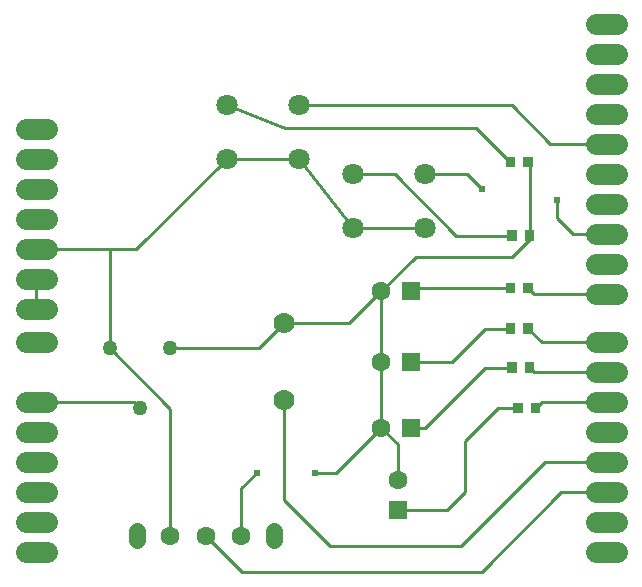
<source format=gtl>
G04 Layer: TopLayer*
G04 EasyEDA v6.4.25, 2021-11-23T19:48:26+05:30*
G04 6deea0fc31d746a092a9f6c351e50df0,9f4002972f33485ea6085689b454d61d,10*
G04 Gerber Generator version 0.2*
G04 Scale: 100 percent, Rotated: No, Reflected: No *
G04 Dimensions in millimeters *
G04 leading zeros omitted , absolute positions ,4 integer and 5 decimal *
%FSLAX45Y45*%
%MOMM*%

%ADD10C,0.2540*%
%ADD11C,0.6096*%
%ADD13C,1.7780*%
%ADD14C,1.2700*%
%ADD15C,1.8000*%
%ADD16C,1.6000*%
%ADD17R,1.6000X1.6000*%
%ADD18C,1.4000*%

%LPD*%
D10*
X3962400Y4216400D02*
G01*
X3987800Y4241800D01*
X4801463Y4241800D01*
X3962400Y3060700D02*
G01*
X4076700Y3060700D01*
X4584700Y3568700D01*
X4814168Y3568700D01*
X3848100Y2362200D02*
G01*
X4267200Y2362200D01*
X4419600Y2514600D01*
X4419600Y2946400D01*
X4699000Y3225800D01*
X4864963Y3225800D01*
X2222502Y2146300D02*
G01*
X2527300Y1841500D01*
X4559300Y1841500D01*
X5232400Y2514600D01*
X5613400Y2514600D01*
X2882900Y3294379D02*
G01*
X2882900Y2451100D01*
X3276600Y2057400D01*
X4381500Y2057400D01*
X5092700Y2768600D01*
X5613400Y2768600D01*
X5015636Y3225800D02*
G01*
X5066436Y3276600D01*
X5613400Y3276600D01*
X4964836Y3568700D02*
G01*
X5002936Y3530600D01*
X5613400Y3530600D01*
X4952136Y3898900D02*
G01*
X5066436Y3784600D01*
X5613400Y3784600D01*
X4952136Y4241800D02*
G01*
X5002936Y4191000D01*
X5613400Y4191000D01*
X787400Y3276600D02*
G01*
X1612900Y3276600D01*
X1663700Y3225800D01*
X1922503Y2146300D02*
G01*
X1922503Y3220996D01*
X1409700Y3733800D01*
X3962400Y3619500D02*
G01*
X4305300Y3619500D01*
X4584700Y3898900D01*
X4801463Y3898900D01*
X1917700Y3733800D02*
G01*
X2672079Y3733800D01*
X2882900Y3944620D01*
X2882900Y3944620D02*
G01*
X3436620Y3944620D01*
X3708400Y4216400D01*
X3708400Y4216400D02*
G01*
X4000500Y4508500D01*
X4813300Y4508500D01*
X4964836Y4660036D01*
X4964836Y4686300D01*
X3848100Y2616200D02*
G01*
X3848100Y2921000D01*
X3708400Y3060700D01*
X2522499Y2146300D02*
G01*
X2522499Y2547899D01*
X2654300Y2679700D01*
X3149600Y2679700D02*
G01*
X3327400Y2679700D01*
X3708400Y3060700D01*
X3708400Y3060700D02*
G01*
X3708400Y3619500D01*
X3708400Y3619500D02*
G01*
X3708400Y4216400D01*
X4076903Y4753406D02*
G01*
X3466896Y4753406D01*
X3010103Y5337606D02*
G01*
X2400096Y5337606D01*
X2400096Y5337606D02*
G01*
X1634489Y4572000D01*
X787400Y4572000D01*
X1409700Y3733800D02*
G01*
X1409700Y4572000D01*
X787400Y4064000D02*
G01*
X787400Y4318000D01*
X3010103Y5787593D02*
G01*
X4813300Y5787593D01*
X5139893Y5461000D01*
X5613400Y5461000D01*
X4076903Y5203393D02*
G01*
X4435906Y5203393D01*
X4559300Y5080000D01*
X5194300Y4991100D02*
G01*
X5194300Y4838700D01*
X5334000Y4699000D01*
X5613400Y4699000D01*
X4952136Y5308600D02*
G01*
X4964836Y5295900D01*
X4964836Y4686300D01*
X4814163Y4686300D02*
G01*
X4343400Y4686300D01*
X3822700Y5207000D01*
X3470503Y5207000D01*
X3466896Y5203393D01*
X3466896Y4753406D02*
G01*
X3466896Y4753406D01*
X3010103Y5337606D01*
X2400051Y5788660D02*
G01*
X2895600Y5600700D01*
X2895600Y5600700D01*
X4509363Y5600700D01*
X4801463Y5308600D01*
G36*
X4841798Y4285000D02*
G01*
X4841798Y4198599D01*
X4761151Y4198599D01*
X4761151Y4285000D01*
G37*
G36*
X4911801Y4285000D02*
G01*
X4911801Y4198599D01*
X4992448Y4198599D01*
X4992448Y4285000D01*
G37*
G36*
X4841798Y3942100D02*
G01*
X4841798Y3855699D01*
X4761151Y3855699D01*
X4761151Y3942100D01*
G37*
G36*
X4911801Y3942100D02*
G01*
X4911801Y3855699D01*
X4992448Y3855699D01*
X4992448Y3942100D01*
G37*
G36*
X4854498Y3611900D02*
G01*
X4854498Y3525499D01*
X4773851Y3525499D01*
X4773851Y3611900D01*
G37*
G36*
X4924501Y3611900D02*
G01*
X4924501Y3525499D01*
X5005148Y3525499D01*
X5005148Y3611900D01*
G37*
G36*
X4905298Y3269000D02*
G01*
X4905298Y3182599D01*
X4824651Y3182599D01*
X4824651Y3269000D01*
G37*
G36*
X4975301Y3269000D02*
G01*
X4975301Y3182599D01*
X5055948Y3182599D01*
X5055948Y3269000D01*
G37*
G36*
X4924501Y4643099D02*
G01*
X4924501Y4729500D01*
X5005148Y4729500D01*
X5005148Y4643099D01*
G37*
G36*
X4854498Y4643099D02*
G01*
X4854498Y4729500D01*
X4773851Y4729500D01*
X4773851Y4643099D01*
G37*
G36*
X4911801Y5265399D02*
G01*
X4911801Y5351800D01*
X4992448Y5351800D01*
X4992448Y5265399D01*
G37*
G36*
X4841798Y5265399D02*
G01*
X4841798Y5351800D01*
X4761151Y5351800D01*
X4761151Y5265399D01*
G37*
D13*
G01*
X2882900Y3294379D03*
G01*
X2882900Y3944620D03*
D14*
G01*
X1409700Y3733800D03*
G01*
X1917700Y3733800D03*
G01*
X1663700Y3225800D03*
D15*
G01*
X3010103Y5337606D03*
G01*
X2400096Y5337606D03*
G01*
X3010103Y5787593D03*
G01*
X2400096Y5787593D03*
G01*
X4076903Y4753406D03*
G01*
X3466896Y4753406D03*
G01*
X4076903Y5203393D03*
G01*
X3466896Y5203393D03*
D16*
G01*
X2522499Y2146300D03*
G01*
X2222500Y2146300D03*
G01*
X1922500Y2146300D03*
D17*
G01*
X3962400Y4216400D03*
D16*
G01*
X3708400Y4216400D03*
D17*
G01*
X3962400Y3619500D03*
D16*
G01*
X3708400Y3619500D03*
D17*
G01*
X3962400Y3060700D03*
D16*
G01*
X3708400Y3060700D03*
D17*
G01*
X3848100Y2362200D03*
D16*
G01*
X3848100Y2616200D03*
D11*
G01*
X3149600Y2679700D03*
G01*
X2654300Y2679700D03*
G01*
X4559300Y5080000D03*
G01*
X5194300Y4991100D03*
D13*
X876300Y5080000D02*
G01*
X698500Y5080000D01*
X876300Y4826000D02*
G01*
X698500Y4826000D01*
X876300Y4572000D02*
G01*
X698500Y4572000D01*
X876300Y4318000D02*
G01*
X698500Y4318000D01*
X876300Y4064000D02*
G01*
X698500Y4064000D01*
X876300Y3784600D02*
G01*
X698500Y3784600D01*
X876300Y3276600D02*
G01*
X698500Y3276600D01*
X876300Y3022600D02*
G01*
X698500Y3022600D01*
X876300Y2768600D02*
G01*
X698500Y2768600D01*
X876300Y2514600D02*
G01*
X698500Y2514600D01*
X876300Y2260600D02*
G01*
X698500Y2260600D01*
X876300Y2006600D02*
G01*
X698500Y2006600D01*
X5702300Y2006600D02*
G01*
X5524500Y2006600D01*
X5702300Y2260600D02*
G01*
X5524500Y2260600D01*
X5702300Y2514600D02*
G01*
X5524500Y2514600D01*
X5702300Y2768600D02*
G01*
X5524500Y2768600D01*
X5702300Y3022600D02*
G01*
X5524500Y3022600D01*
X5702300Y3276600D02*
G01*
X5524500Y3276600D01*
X5702300Y3530600D02*
G01*
X5524500Y3530600D01*
X5702300Y3784600D02*
G01*
X5524500Y3784600D01*
X5702300Y4191000D02*
G01*
X5524500Y4191000D01*
X5702300Y4445000D02*
G01*
X5524500Y4445000D01*
X5702300Y4699000D02*
G01*
X5524500Y4699000D01*
X5702300Y4953000D02*
G01*
X5524500Y4953000D01*
X5702300Y5207000D02*
G01*
X5524500Y5207000D01*
X5702300Y5461000D02*
G01*
X5524500Y5461000D01*
X5702300Y5715000D02*
G01*
X5524500Y5715000D01*
X5702300Y5969000D02*
G01*
X5524500Y5969000D01*
X5702300Y6223000D02*
G01*
X5524500Y6223000D01*
X5702300Y6477000D02*
G01*
X5524500Y6477000D01*
X876300Y5334000D02*
G01*
X698500Y5334000D01*
X876300Y5588000D02*
G01*
X698500Y5588000D01*
D18*
X1642490Y2106300D02*
G01*
X1642490Y2186299D01*
X2802483Y2106300D02*
G01*
X2802483Y2186299D01*
M02*

</source>
